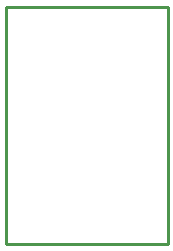
<source format=gm1>
G04*
G04 #@! TF.GenerationSoftware,Altium Limited,Altium Designer,18.1.6 (161)*
G04*
G04 Layer_Color=16711935*
%FSLAX25Y25*%
%MOIN*%
G70*
G01*
G75*
%ADD11C,0.01000*%
D11*
X355512Y54724D02*
X409646D01*
X355512D02*
Y133465D01*
X409646D01*
Y54724D02*
Y133465D01*
M02*

</source>
